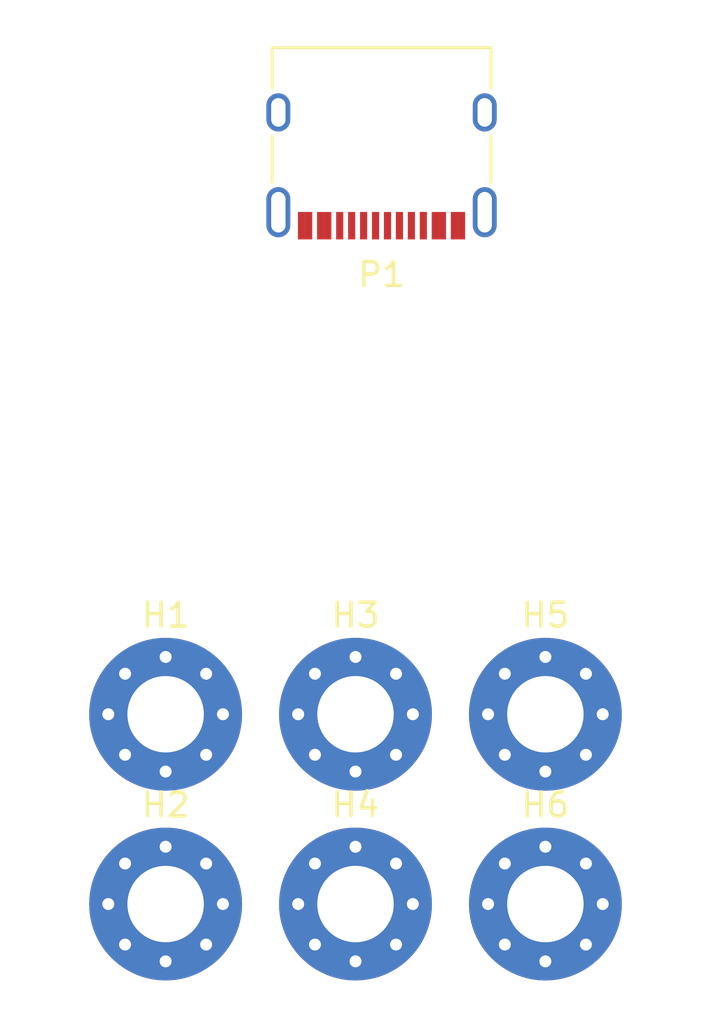
<source format=kicad_pcb>
(kicad_pcb (version 20241229) (generator "pcbnew") (generator_version "9.0")
  (layers (0 "F.Cu" signal) (2 "B.Cu" signal) (13 "F.Paste" user) (15 "B.Paste" user) (5 "F.SilkS" user "F.Silkscreen") (7 "B.SilkS" user "B.Silkscreen") (1 "F.Mask" user) (3 "B.Mask" user) (25 "Edge.Cuts" user))
  (net 0 "")
  (net 1 "GND")
  (net 3 "/MCU/D-")
  (net 4 "/MCU/D+")
  (net 6 "/PSU/VIN")
  (footprint "MountingHole:MountingHole_3.2mm_M3_Pad_Via" (layer "F.Cu") (at 141.58 96.33)
    (property "Reference" "H1" (at 0 -4.15 0) (layer "F.SilkS"))
    (property "Value" "MountingHole_Pad")
    (pad "1" thru_hole circle (at -2.4 0) (size 0.8 0.8) (drill 0.5) (layers "*.Cu" "*.Mask") (net 1 "GND"))
    (pad "1" thru_hole circle (at -1.697056 -1.697056) (size 0.8 0.8) (drill 0.5) (layers "*.Cu" "*.Mask") (net 1 "GND"))
    (pad "1" thru_hole circle (at -1.697056 1.697056) (size 0.8 0.8) (drill 0.5) (layers "*.Cu" "*.Mask") (net 1 "GND"))
    (pad "1" thru_hole circle (at 0 -2.4) (size 0.8 0.8) (drill 0.5) (layers "*.Cu" "*.Mask") (net 1 "GND"))
    (pad "1" thru_hole circle (at 0 0) (size 6.4 6.4) (drill 3.2) (layers "*.Cu" "*.Mask") (net 1 "GND"))
    (pad "1" thru_hole circle (at 0 2.4) (size 0.8 0.8) (drill 0.5) (layers "*.Cu" "*.Mask") (net 1 "GND"))
    (pad "1" thru_hole circle (at 1.697056 -1.697056) (size 0.8 0.8) (drill 0.5) (layers "*.Cu" "*.Mask") (net 1 "GND"))
    (pad "1" thru_hole circle (at 1.697056 1.697056) (size 0.8 0.8) (drill 0.5) (layers "*.Cu" "*.Mask") (net 1 "GND"))
    (pad "1" thru_hole circle (at 2.4 0) (size 0.8 0.8) (drill 0.5) (layers "*.Cu" "*.Mask") (net 1 "GND"))
  )
  (footprint "MountingHole:MountingHole_3.2mm_M3_Pad_Via" (layer "F.Cu") (at 149.53 104.28)
    (property "Reference" "H4" (at 0 -4.15 0) (layer "F.SilkS"))
    (property "Value" "MountingHole_Pad")
    (pad "1" thru_hole circle (at -2.4 0) (size 0.8 0.8) (drill 0.5) (layers "*.Cu" "*.Mask") (net 1 "GND"))
    (pad "1" thru_hole circle (at -1.697056 -1.697056) (size 0.8 0.8) (drill 0.5) (layers "*.Cu" "*.Mask") (net 1 "GND"))
    (pad "1" thru_hole circle (at -1.697056 1.697056) (size 0.8 0.8) (drill 0.5) (layers "*.Cu" "*.Mask") (net 1 "GND"))
    (pad "1" thru_hole circle (at 0 -2.4) (size 0.8 0.8) (drill 0.5) (layers "*.Cu" "*.Mask") (net 1 "GND"))
    (pad "1" thru_hole circle (at 0 0) (size 6.4 6.4) (drill 3.2) (layers "*.Cu" "*.Mask") (net 1 "GND"))
    (pad "1" thru_hole circle (at 0 2.4) (size 0.8 0.8) (drill 0.5) (layers "*.Cu" "*.Mask") (net 1 "GND"))
    (pad "1" thru_hole circle (at 1.697056 -1.697056) (size 0.8 0.8) (drill 0.5) (layers "*.Cu" "*.Mask") (net 1 "GND"))
    (pad "1" thru_hole circle (at 1.697056 1.697056) (size 0.8 0.8) (drill 0.5) (layers "*.Cu" "*.Mask") (net 1 "GND"))
    (pad "1" thru_hole circle (at 2.4 0) (size 0.8 0.8) (drill 0.5) (layers "*.Cu" "*.Mask") (net 1 "GND"))
  )
  (footprint "MountingHole:MountingHole_3.2mm_M3_Pad_Via" (layer "F.Cu") (at 149.53 96.33)
    (property "Reference" "H3" (at 0 -4.15 0) (layer "F.SilkS"))
    (property "Value" "MountingHole_Pad")
    (pad "1" thru_hole circle (at -2.4 0) (size 0.8 0.8) (drill 0.5) (layers "*.Cu" "*.Mask") (net 1 "GND"))
    (pad "1" thru_hole circle (at -1.697056 -1.697056) (size 0.8 0.8) (drill 0.5) (layers "*.Cu" "*.Mask") (net 1 "GND"))
    (pad "1" thru_hole circle (at -1.697056 1.697056) (size 0.8 0.8) (drill 0.5) (layers "*.Cu" "*.Mask") (net 1 "GND"))
    (pad "1" thru_hole circle (at 0 -2.4) (size 0.8 0.8) (drill 0.5) (layers "*.Cu" "*.Mask") (net 1 "GND"))
    (pad "1" thru_hole circle (at 0 0) (size 6.4 6.4) (drill 3.2) (layers "*.Cu" "*.Mask") (net 1 "GND"))
    (pad "1" thru_hole circle (at 0 2.4) (size 0.8 0.8) (drill 0.5) (layers "*.Cu" "*.Mask") (net 1 "GND"))
    (pad "1" thru_hole circle (at 1.697056 -1.697056) (size 0.8 0.8) (drill 0.5) (layers "*.Cu" "*.Mask") (net 1 "GND"))
    (pad "1" thru_hole circle (at 1.697056 1.697056) (size 0.8 0.8) (drill 0.5) (layers "*.Cu" "*.Mask") (net 1 "GND"))
    (pad "1" thru_hole circle (at 2.4 0) (size 0.8 0.8) (drill 0.5) (layers "*.Cu" "*.Mask") (net 1 "GND"))
  )
  (footprint "MountingHole:MountingHole_3.2mm_M3_Pad_Via" (layer "F.Cu") (at 157.48 104.28)
    (property "Reference" "H6" (at 0 -4.15 0) (layer "F.SilkS"))
    (property "Value" "MountingHole_Pad")
    (pad "1" thru_hole circle (at -2.4 0) (size 0.8 0.8) (drill 0.5) (layers "*.Cu" "*.Mask") (net 1 "GND"))
    (pad "1" thru_hole circle (at -1.697056 -1.697056) (size 0.8 0.8) (drill 0.5) (layers "*.Cu" "*.Mask") (net 1 "GND"))
    (pad "1" thru_hole circle (at -1.697056 1.697056) (size 0.8 0.8) (drill 0.5) (layers "*.Cu" "*.Mask") (net 1 "GND"))
    (pad "1" thru_hole circle (at 0 -2.4) (size 0.8 0.8) (drill 0.5) (layers "*.Cu" "*.Mask") (net 1 "GND"))
    (pad "1" thru_hole circle (at 0 0) (size 6.4 6.4) (drill 3.2) (layers "*.Cu" "*.Mask") (net 1 "GND"))
    (pad "1" thru_hole circle (at 0 2.4) (size 0.8 0.8) (drill 0.5) (layers "*.Cu" "*.Mask") (net 1 "GND"))
    (pad "1" thru_hole circle (at 1.697056 -1.697056) (size 0.8 0.8) (drill 0.5) (layers "*.Cu" "*.Mask") (net 1 "GND"))
    (pad "1" thru_hole circle (at 1.697056 1.697056) (size 0.8 0.8) (drill 0.5) (layers "*.Cu" "*.Mask") (net 1 "GND"))
    (pad "1" thru_hole circle (at 2.4 0) (size 0.8 0.8) (drill 0.5) (layers "*.Cu" "*.Mask") (net 1 "GND"))
  )
  (footprint "MountingHole:MountingHole_3.2mm_M3_Pad_Via" (layer "F.Cu") (at 141.58 104.28)
    (property "Reference" "H2" (at 0 -4.15 0) (layer "F.SilkS"))
    (property "Value" "MountingHole_Pad")
    (pad "1" thru_hole circle (at -2.4 0) (size 0.8 0.8) (drill 0.5) (layers "*.Cu" "*.Mask") (net 1 "GND"))
    (pad "1" thru_hole circle (at -1.697056 -1.697056) (size 0.8 0.8) (drill 0.5) (layers "*.Cu" "*.Mask") (net 1 "GND"))
    (pad "1" thru_hole circle (at -1.697056 1.697056) (size 0.8 0.8) (drill 0.5) (layers "*.Cu" "*.Mask") (net 1 "GND"))
    (pad "1" thru_hole circle (at 0 -2.4) (size 0.8 0.8) (drill 0.5) (layers "*.Cu" "*.Mask") (net 1 "GND"))
    (pad "1" thru_hole circle (at 0 0) (size 6.4 6.4) (drill 3.2) (layers "*.Cu" "*.Mask") (net 1 "GND"))
    (pad "1" thru_hole circle (at 0 2.4) (size 0.8 0.8) (drill 0.5) (layers "*.Cu" "*.Mask") (net 1 "GND"))
    (pad "1" thru_hole circle (at 1.697056 -1.697056) (size 0.8 0.8) (drill 0.5) (layers "*.Cu" "*.Mask") (net 1 "GND"))
    (pad "1" thru_hole circle (at 1.697056 1.697056) (size 0.8 0.8) (drill 0.5) (layers "*.Cu" "*.Mask") (net 1 "GND"))
    (pad "1" thru_hole circle (at 2.4 0) (size 0.8 0.8) (drill 0.5) (layers "*.Cu" "*.Mask") (net 1 "GND"))
  )
  (footprint "MountingHole:MountingHole_3.2mm_M3_Pad_Via" (layer "F.Cu") (at 157.48 96.33)
    (property "Reference" "H5" (at 0 -4.15 0) (layer "F.SilkS"))
    (property "Value" "MountingHole_Pad")
    (pad "1" thru_hole circle (at -2.4 0) (size 0.8 0.8) (drill 0.5) (layers "*.Cu" "*.Mask") (net 1 "GND"))
    (pad "1" thru_hole circle (at -1.697056 -1.697056) (size 0.8 0.8) (drill 0.5) (layers "*.Cu" "*.Mask") (net 1 "GND"))
    (pad "1" thru_hole circle (at -1.697056 1.697056) (size 0.8 0.8) (drill 0.5) (layers "*.Cu" "*.Mask") (net 1 "GND"))
    (pad "1" thru_hole circle (at 0 -2.4) (size 0.8 0.8) (drill 0.5) (layers "*.Cu" "*.Mask") (net 1 "GND"))
    (pad "1" thru_hole circle (at 0 0) (size 6.4 6.4) (drill 3.2) (layers "*.Cu" "*.Mask") (net 1 "GND"))
    (pad "1" thru_hole circle (at 0 2.4) (size 0.8 0.8) (drill 0.5) (layers "*.Cu" "*.Mask") (net 1 "GND"))
    (pad "1" thru_hole circle (at 1.697056 -1.697056) (size 0.8 0.8) (drill 0.5) (layers "*.Cu" "*.Mask") (net 1 "GND"))
    (pad "1" thru_hole circle (at 1.697056 1.697056) (size 0.8 0.8) (drill 0.5) (layers "*.Cu" "*.Mask") (net 1 "GND"))
    (pad "1" thru_hole circle (at 2.4 0) (size 0.8 0.8) (drill 0.5) (layers "*.Cu" "*.Mask") (net 1 "GND"))
  )
  (footprint "Connector_USB:USB_C_Receptacle_XKB_U262-16XN-4BVC11" (layer "F.Cu") (at 150.62 72.195 180)
    (property "Reference" "P1" (at 0 -5.715 0) (layer "F.SilkS"))
    (property "Value" "USB_C_Plug_USB2.0")
    (fp_line (start 4.58 3.785) (end -4.58 3.785) (stroke (width 0.12)) (layer "F.SilkS"))
    (fp_line (start 4.58 2.08) (end 4.58 3.785) (stroke (width 0.12)) (layer "F.SilkS"))
    (fp_line (start 4.58 0.07) (end 4.58 -1.85) (stroke (width 0.12)) (layer "F.SilkS"))
    (fp_line (start -4.58 3.785) (end -4.58 2.08) (stroke (width 0.12)) (layer "F.SilkS"))
    (fp_line (start -4.58 -1.85) (end -4.58 0.07) (stroke (width 0.12)) (layer "F.SilkS"))
    (pad "" np_thru_hole circle (at -2.89 -2.605 180) (size 0.65 0.65) (drill 0.65) (layers "*.Cu" "*.Mask"))
    (pad "" np_thru_hole circle (at 2.89 -2.605 180) (size 0.65 0.65) (drill 0.65) (layers "*.Cu" "*.Mask"))
    (pad "A1" smd rect (at -3.35 -3.67 180) (size 0.3 1.15) (layers "F.Cu" "F.Mask" "F.Paste") (net 1 "GND"))
    (pad "A4" smd rect (at -2.55 -3.67 180) (size 0.3 1.15) (layers "F.Cu" "F.Mask" "F.Paste") (net 6 "/PSU/VIN"))
    (pad "A5" smd rect (at -1.25 -3.67 180) (size 0.3 1.15) (layers "F.Cu" "F.Mask" "F.Paste"))
    (pad "A6" smd rect (at -0.25 -3.67 180) (size 0.3 1.15) (layers "F.Cu" "F.Mask" "F.Paste") (net 4 "/MCU/D+"))
    (pad "A7" smd rect (at 0.25 -3.67 180) (size 0.3 1.15) (layers "F.Cu" "F.Mask" "F.Paste") (net 3 "/MCU/D-"))
    (pad "A8" smd rect (at 1.25 -3.67 180) (size 0.3 1.15) (layers "F.Cu" "F.Mask" "F.Paste"))
    (pad "A9" smd rect (at 2.55 -3.67 180) (size 0.3 1.15) (layers "F.Cu" "F.Mask" "F.Paste") (net 6 "/PSU/VIN"))
    (pad "A12" smd rect (at 3.35 -3.67 180) (size 0.3 1.15) (layers "F.Cu" "F.Mask" "F.Paste") (net 1 "GND"))
    (pad "B1" smd rect (at 3.05 -3.67 180) (size 0.3 1.15) (layers "F.Cu" "F.Mask" "F.Paste") (net 1 "GND"))
    (pad "B4" smd rect (at 2.25 -3.67 180) (size 0.3 1.15) (layers "F.Cu" "F.Mask" "F.Paste") (net 6 "/PSU/VIN"))
    (pad "B5" smd rect (at 1.75 -3.67 180) (size 0.3 1.15) (layers "F.Cu" "F.Mask" "F.Paste"))
    (pad "B6" smd rect (at 0.75 -3.67 180) (size 0.3 1.15) (layers "F.Cu" "F.Mask" "F.Paste"))
    (pad "B7" smd rect (at -0.75 -3.67 180) (size 0.3 1.15) (layers "F.Cu" "F.Mask" "F.Paste"))
    (pad "B8" smd rect (at -1.75 -3.67 180) (size 0.3 1.15) (layers "F.Cu" "F.Mask" "F.Paste"))
    (pad "B9" smd rect (at -2.25 -3.67 180) (size 0.3 1.15) (layers "F.Cu" "F.Mask" "F.Paste") (net 6 "/PSU/VIN"))
    (pad "B12" smd rect (at -3.05 -3.67 180) (size 0.3 1.15) (layers "F.Cu" "F.Mask" "F.Paste") (net 1 "GND"))
    (pad "S1" thru_hole oval (at -4.32 -3.105 180) (size 1 2.1) (drill oval 0.6 1.7) (property pad_prop_heatsink) (layers "*.Cu" "*.Mask") (net 1 "GND"))
    (pad "S1" thru_hole oval (at -4.32 1.075 180) (size 1 1.6) (drill oval 0.6 1.2) (property pad_prop_heatsink) (layers "*.Cu" "*.Mask") (net 1 "GND"))
    (pad "S1" thru_hole oval (at 4.32 -3.105 180) (size 1 2.1) (drill oval 0.6 1.7) (property pad_prop_heatsink) (layers "*.Cu" "*.Mask") (net 1 "GND"))
    (pad "S1" thru_hole oval (at 4.32 1.075 180) (size 1 1.6) (drill oval 0.6 1.2) (property pad_prop_heatsink) (layers "*.Cu" "*.Mask") (net 1 "GND"))
  )
)
</source>
